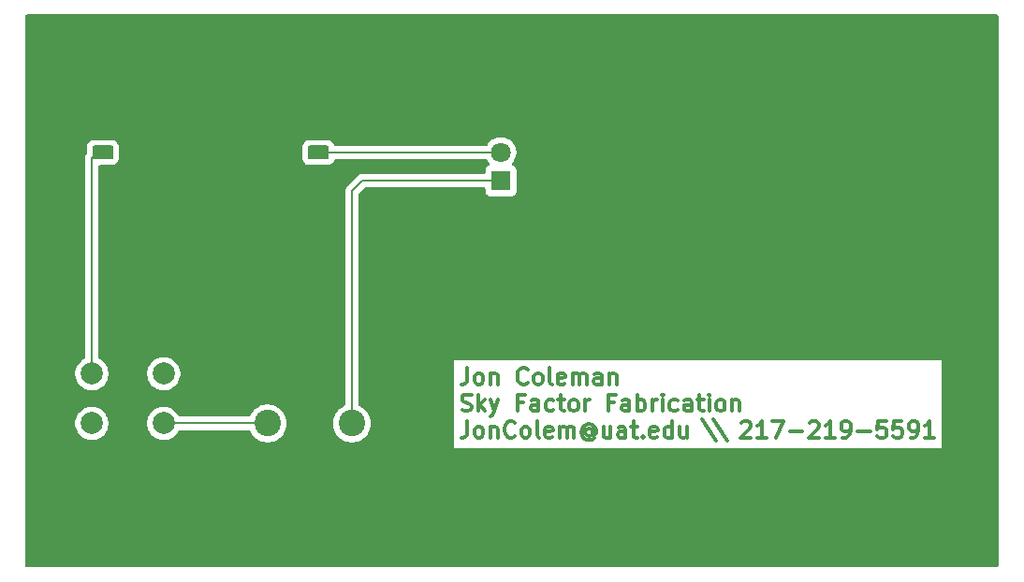
<source format=gbr>
%TF.GenerationSoftware,KiCad,Pcbnew,9.0.6*%
%TF.CreationDate,2025-11-22T10:53:10-06:00*%
%TF.ProjectId,SChematic Drawing,53436865-6d61-4746-9963-204472617769,rev?*%
%TF.SameCoordinates,Original*%
%TF.FileFunction,Copper,L1,Top*%
%TF.FilePolarity,Positive*%
%FSLAX46Y46*%
G04 Gerber Fmt 4.6, Leading zero omitted, Abs format (unit mm)*
G04 Created by KiCad (PCBNEW 9.0.6) date 2025-11-22 10:53:10*
%MOMM*%
%LPD*%
G01*
G04 APERTURE LIST*
G04 Aperture macros list*
%AMRoundRect*
0 Rectangle with rounded corners*
0 $1 Rounding radius*
0 $2 $3 $4 $5 $6 $7 $8 $9 X,Y pos of 4 corners*
0 Add a 4 corners polygon primitive as box body*
4,1,4,$2,$3,$4,$5,$6,$7,$8,$9,$2,$3,0*
0 Add four circle primitives for the rounded corners*
1,1,$1+$1,$2,$3*
1,1,$1+$1,$4,$5*
1,1,$1+$1,$6,$7*
1,1,$1+$1,$8,$9*
0 Add four rect primitives between the rounded corners*
20,1,$1+$1,$2,$3,$4,$5,0*
20,1,$1+$1,$4,$5,$6,$7,0*
20,1,$1+$1,$6,$7,$8,$9,0*
20,1,$1+$1,$8,$9,$2,$3,0*%
G04 Aperture macros list end*
%ADD10C,0.300000*%
%TA.AperFunction,NonConductor*%
%ADD11C,0.300000*%
%TD*%
%TA.AperFunction,ComponentPad*%
%ADD12R,1.800000X1.800000*%
%TD*%
%TA.AperFunction,ComponentPad*%
%ADD13C,1.800000*%
%TD*%
%TA.AperFunction,ComponentPad*%
%ADD14C,2.000000*%
%TD*%
%TA.AperFunction,ComponentPad*%
%ADD15C,2.400000*%
%TD*%
%TA.AperFunction,SMDPad,CuDef*%
%ADD16RoundRect,0.190500X-0.762000X-0.444500X0.762000X-0.444500X0.762000X0.444500X-0.762000X0.444500X0*%
%TD*%
%TA.AperFunction,Conductor*%
%ADD17C,0.200000*%
%TD*%
G04 APERTURE END LIST*
D10*
D11*
X141983082Y-58970996D02*
X141983082Y-60042425D01*
X141983082Y-60042425D02*
X141911653Y-60256710D01*
X141911653Y-60256710D02*
X141768796Y-60399568D01*
X141768796Y-60399568D02*
X141554510Y-60470996D01*
X141554510Y-60470996D02*
X141411653Y-60470996D01*
X142911653Y-60470996D02*
X142768796Y-60399568D01*
X142768796Y-60399568D02*
X142697367Y-60328139D01*
X142697367Y-60328139D02*
X142625939Y-60185282D01*
X142625939Y-60185282D02*
X142625939Y-59756710D01*
X142625939Y-59756710D02*
X142697367Y-59613853D01*
X142697367Y-59613853D02*
X142768796Y-59542425D01*
X142768796Y-59542425D02*
X142911653Y-59470996D01*
X142911653Y-59470996D02*
X143125939Y-59470996D01*
X143125939Y-59470996D02*
X143268796Y-59542425D01*
X143268796Y-59542425D02*
X143340225Y-59613853D01*
X143340225Y-59613853D02*
X143411653Y-59756710D01*
X143411653Y-59756710D02*
X143411653Y-60185282D01*
X143411653Y-60185282D02*
X143340225Y-60328139D01*
X143340225Y-60328139D02*
X143268796Y-60399568D01*
X143268796Y-60399568D02*
X143125939Y-60470996D01*
X143125939Y-60470996D02*
X142911653Y-60470996D01*
X144054510Y-59470996D02*
X144054510Y-60470996D01*
X144054510Y-59613853D02*
X144125939Y-59542425D01*
X144125939Y-59542425D02*
X144268796Y-59470996D01*
X144268796Y-59470996D02*
X144483082Y-59470996D01*
X144483082Y-59470996D02*
X144625939Y-59542425D01*
X144625939Y-59542425D02*
X144697368Y-59685282D01*
X144697368Y-59685282D02*
X144697368Y-60470996D01*
X147411653Y-60328139D02*
X147340225Y-60399568D01*
X147340225Y-60399568D02*
X147125939Y-60470996D01*
X147125939Y-60470996D02*
X146983082Y-60470996D01*
X146983082Y-60470996D02*
X146768796Y-60399568D01*
X146768796Y-60399568D02*
X146625939Y-60256710D01*
X146625939Y-60256710D02*
X146554510Y-60113853D01*
X146554510Y-60113853D02*
X146483082Y-59828139D01*
X146483082Y-59828139D02*
X146483082Y-59613853D01*
X146483082Y-59613853D02*
X146554510Y-59328139D01*
X146554510Y-59328139D02*
X146625939Y-59185282D01*
X146625939Y-59185282D02*
X146768796Y-59042425D01*
X146768796Y-59042425D02*
X146983082Y-58970996D01*
X146983082Y-58970996D02*
X147125939Y-58970996D01*
X147125939Y-58970996D02*
X147340225Y-59042425D01*
X147340225Y-59042425D02*
X147411653Y-59113853D01*
X148268796Y-60470996D02*
X148125939Y-60399568D01*
X148125939Y-60399568D02*
X148054510Y-60328139D01*
X148054510Y-60328139D02*
X147983082Y-60185282D01*
X147983082Y-60185282D02*
X147983082Y-59756710D01*
X147983082Y-59756710D02*
X148054510Y-59613853D01*
X148054510Y-59613853D02*
X148125939Y-59542425D01*
X148125939Y-59542425D02*
X148268796Y-59470996D01*
X148268796Y-59470996D02*
X148483082Y-59470996D01*
X148483082Y-59470996D02*
X148625939Y-59542425D01*
X148625939Y-59542425D02*
X148697368Y-59613853D01*
X148697368Y-59613853D02*
X148768796Y-59756710D01*
X148768796Y-59756710D02*
X148768796Y-60185282D01*
X148768796Y-60185282D02*
X148697368Y-60328139D01*
X148697368Y-60328139D02*
X148625939Y-60399568D01*
X148625939Y-60399568D02*
X148483082Y-60470996D01*
X148483082Y-60470996D02*
X148268796Y-60470996D01*
X149625939Y-60470996D02*
X149483082Y-60399568D01*
X149483082Y-60399568D02*
X149411653Y-60256710D01*
X149411653Y-60256710D02*
X149411653Y-58970996D01*
X150768796Y-60399568D02*
X150625939Y-60470996D01*
X150625939Y-60470996D02*
X150340225Y-60470996D01*
X150340225Y-60470996D02*
X150197367Y-60399568D01*
X150197367Y-60399568D02*
X150125939Y-60256710D01*
X150125939Y-60256710D02*
X150125939Y-59685282D01*
X150125939Y-59685282D02*
X150197367Y-59542425D01*
X150197367Y-59542425D02*
X150340225Y-59470996D01*
X150340225Y-59470996D02*
X150625939Y-59470996D01*
X150625939Y-59470996D02*
X150768796Y-59542425D01*
X150768796Y-59542425D02*
X150840225Y-59685282D01*
X150840225Y-59685282D02*
X150840225Y-59828139D01*
X150840225Y-59828139D02*
X150125939Y-59970996D01*
X151483081Y-60470996D02*
X151483081Y-59470996D01*
X151483081Y-59613853D02*
X151554510Y-59542425D01*
X151554510Y-59542425D02*
X151697367Y-59470996D01*
X151697367Y-59470996D02*
X151911653Y-59470996D01*
X151911653Y-59470996D02*
X152054510Y-59542425D01*
X152054510Y-59542425D02*
X152125939Y-59685282D01*
X152125939Y-59685282D02*
X152125939Y-60470996D01*
X152125939Y-59685282D02*
X152197367Y-59542425D01*
X152197367Y-59542425D02*
X152340224Y-59470996D01*
X152340224Y-59470996D02*
X152554510Y-59470996D01*
X152554510Y-59470996D02*
X152697367Y-59542425D01*
X152697367Y-59542425D02*
X152768796Y-59685282D01*
X152768796Y-59685282D02*
X152768796Y-60470996D01*
X154125939Y-60470996D02*
X154125939Y-59685282D01*
X154125939Y-59685282D02*
X154054510Y-59542425D01*
X154054510Y-59542425D02*
X153911653Y-59470996D01*
X153911653Y-59470996D02*
X153625939Y-59470996D01*
X153625939Y-59470996D02*
X153483081Y-59542425D01*
X154125939Y-60399568D02*
X153983081Y-60470996D01*
X153983081Y-60470996D02*
X153625939Y-60470996D01*
X153625939Y-60470996D02*
X153483081Y-60399568D01*
X153483081Y-60399568D02*
X153411653Y-60256710D01*
X153411653Y-60256710D02*
X153411653Y-60113853D01*
X153411653Y-60113853D02*
X153483081Y-59970996D01*
X153483081Y-59970996D02*
X153625939Y-59899568D01*
X153625939Y-59899568D02*
X153983081Y-59899568D01*
X153983081Y-59899568D02*
X154125939Y-59828139D01*
X154840224Y-59470996D02*
X154840224Y-60470996D01*
X154840224Y-59613853D02*
X154911653Y-59542425D01*
X154911653Y-59542425D02*
X155054510Y-59470996D01*
X155054510Y-59470996D02*
X155268796Y-59470996D01*
X155268796Y-59470996D02*
X155411653Y-59542425D01*
X155411653Y-59542425D02*
X155483082Y-59685282D01*
X155483082Y-59685282D02*
X155483082Y-60470996D01*
X141483082Y-62814484D02*
X141697368Y-62885912D01*
X141697368Y-62885912D02*
X142054510Y-62885912D01*
X142054510Y-62885912D02*
X142197368Y-62814484D01*
X142197368Y-62814484D02*
X142268796Y-62743055D01*
X142268796Y-62743055D02*
X142340225Y-62600198D01*
X142340225Y-62600198D02*
X142340225Y-62457341D01*
X142340225Y-62457341D02*
X142268796Y-62314484D01*
X142268796Y-62314484D02*
X142197368Y-62243055D01*
X142197368Y-62243055D02*
X142054510Y-62171626D01*
X142054510Y-62171626D02*
X141768796Y-62100198D01*
X141768796Y-62100198D02*
X141625939Y-62028769D01*
X141625939Y-62028769D02*
X141554510Y-61957341D01*
X141554510Y-61957341D02*
X141483082Y-61814484D01*
X141483082Y-61814484D02*
X141483082Y-61671626D01*
X141483082Y-61671626D02*
X141554510Y-61528769D01*
X141554510Y-61528769D02*
X141625939Y-61457341D01*
X141625939Y-61457341D02*
X141768796Y-61385912D01*
X141768796Y-61385912D02*
X142125939Y-61385912D01*
X142125939Y-61385912D02*
X142340225Y-61457341D01*
X142983081Y-62885912D02*
X142983081Y-61385912D01*
X143125939Y-62314484D02*
X143554510Y-62885912D01*
X143554510Y-61885912D02*
X142983081Y-62457341D01*
X144054510Y-61885912D02*
X144411653Y-62885912D01*
X144768796Y-61885912D02*
X144411653Y-62885912D01*
X144411653Y-62885912D02*
X144268796Y-63243055D01*
X144268796Y-63243055D02*
X144197367Y-63314484D01*
X144197367Y-63314484D02*
X144054510Y-63385912D01*
X146983081Y-62100198D02*
X146483081Y-62100198D01*
X146483081Y-62885912D02*
X146483081Y-61385912D01*
X146483081Y-61385912D02*
X147197367Y-61385912D01*
X148411653Y-62885912D02*
X148411653Y-62100198D01*
X148411653Y-62100198D02*
X148340224Y-61957341D01*
X148340224Y-61957341D02*
X148197367Y-61885912D01*
X148197367Y-61885912D02*
X147911653Y-61885912D01*
X147911653Y-61885912D02*
X147768795Y-61957341D01*
X148411653Y-62814484D02*
X148268795Y-62885912D01*
X148268795Y-62885912D02*
X147911653Y-62885912D01*
X147911653Y-62885912D02*
X147768795Y-62814484D01*
X147768795Y-62814484D02*
X147697367Y-62671626D01*
X147697367Y-62671626D02*
X147697367Y-62528769D01*
X147697367Y-62528769D02*
X147768795Y-62385912D01*
X147768795Y-62385912D02*
X147911653Y-62314484D01*
X147911653Y-62314484D02*
X148268795Y-62314484D01*
X148268795Y-62314484D02*
X148411653Y-62243055D01*
X149768796Y-62814484D02*
X149625938Y-62885912D01*
X149625938Y-62885912D02*
X149340224Y-62885912D01*
X149340224Y-62885912D02*
X149197367Y-62814484D01*
X149197367Y-62814484D02*
X149125938Y-62743055D01*
X149125938Y-62743055D02*
X149054510Y-62600198D01*
X149054510Y-62600198D02*
X149054510Y-62171626D01*
X149054510Y-62171626D02*
X149125938Y-62028769D01*
X149125938Y-62028769D02*
X149197367Y-61957341D01*
X149197367Y-61957341D02*
X149340224Y-61885912D01*
X149340224Y-61885912D02*
X149625938Y-61885912D01*
X149625938Y-61885912D02*
X149768796Y-61957341D01*
X150197367Y-61885912D02*
X150768795Y-61885912D01*
X150411652Y-61385912D02*
X150411652Y-62671626D01*
X150411652Y-62671626D02*
X150483081Y-62814484D01*
X150483081Y-62814484D02*
X150625938Y-62885912D01*
X150625938Y-62885912D02*
X150768795Y-62885912D01*
X151483081Y-62885912D02*
X151340224Y-62814484D01*
X151340224Y-62814484D02*
X151268795Y-62743055D01*
X151268795Y-62743055D02*
X151197367Y-62600198D01*
X151197367Y-62600198D02*
X151197367Y-62171626D01*
X151197367Y-62171626D02*
X151268795Y-62028769D01*
X151268795Y-62028769D02*
X151340224Y-61957341D01*
X151340224Y-61957341D02*
X151483081Y-61885912D01*
X151483081Y-61885912D02*
X151697367Y-61885912D01*
X151697367Y-61885912D02*
X151840224Y-61957341D01*
X151840224Y-61957341D02*
X151911653Y-62028769D01*
X151911653Y-62028769D02*
X151983081Y-62171626D01*
X151983081Y-62171626D02*
X151983081Y-62600198D01*
X151983081Y-62600198D02*
X151911653Y-62743055D01*
X151911653Y-62743055D02*
X151840224Y-62814484D01*
X151840224Y-62814484D02*
X151697367Y-62885912D01*
X151697367Y-62885912D02*
X151483081Y-62885912D01*
X152625938Y-62885912D02*
X152625938Y-61885912D01*
X152625938Y-62171626D02*
X152697367Y-62028769D01*
X152697367Y-62028769D02*
X152768796Y-61957341D01*
X152768796Y-61957341D02*
X152911653Y-61885912D01*
X152911653Y-61885912D02*
X153054510Y-61885912D01*
X155197366Y-62100198D02*
X154697366Y-62100198D01*
X154697366Y-62885912D02*
X154697366Y-61385912D01*
X154697366Y-61385912D02*
X155411652Y-61385912D01*
X156625938Y-62885912D02*
X156625938Y-62100198D01*
X156625938Y-62100198D02*
X156554509Y-61957341D01*
X156554509Y-61957341D02*
X156411652Y-61885912D01*
X156411652Y-61885912D02*
X156125938Y-61885912D01*
X156125938Y-61885912D02*
X155983080Y-61957341D01*
X156625938Y-62814484D02*
X156483080Y-62885912D01*
X156483080Y-62885912D02*
X156125938Y-62885912D01*
X156125938Y-62885912D02*
X155983080Y-62814484D01*
X155983080Y-62814484D02*
X155911652Y-62671626D01*
X155911652Y-62671626D02*
X155911652Y-62528769D01*
X155911652Y-62528769D02*
X155983080Y-62385912D01*
X155983080Y-62385912D02*
X156125938Y-62314484D01*
X156125938Y-62314484D02*
X156483080Y-62314484D01*
X156483080Y-62314484D02*
X156625938Y-62243055D01*
X157340223Y-62885912D02*
X157340223Y-61385912D01*
X157340223Y-61957341D02*
X157483081Y-61885912D01*
X157483081Y-61885912D02*
X157768795Y-61885912D01*
X157768795Y-61885912D02*
X157911652Y-61957341D01*
X157911652Y-61957341D02*
X157983081Y-62028769D01*
X157983081Y-62028769D02*
X158054509Y-62171626D01*
X158054509Y-62171626D02*
X158054509Y-62600198D01*
X158054509Y-62600198D02*
X157983081Y-62743055D01*
X157983081Y-62743055D02*
X157911652Y-62814484D01*
X157911652Y-62814484D02*
X157768795Y-62885912D01*
X157768795Y-62885912D02*
X157483081Y-62885912D01*
X157483081Y-62885912D02*
X157340223Y-62814484D01*
X158697366Y-62885912D02*
X158697366Y-61885912D01*
X158697366Y-62171626D02*
X158768795Y-62028769D01*
X158768795Y-62028769D02*
X158840224Y-61957341D01*
X158840224Y-61957341D02*
X158983081Y-61885912D01*
X158983081Y-61885912D02*
X159125938Y-61885912D01*
X159625937Y-62885912D02*
X159625937Y-61885912D01*
X159625937Y-61385912D02*
X159554509Y-61457341D01*
X159554509Y-61457341D02*
X159625937Y-61528769D01*
X159625937Y-61528769D02*
X159697366Y-61457341D01*
X159697366Y-61457341D02*
X159625937Y-61385912D01*
X159625937Y-61385912D02*
X159625937Y-61528769D01*
X160983081Y-62814484D02*
X160840223Y-62885912D01*
X160840223Y-62885912D02*
X160554509Y-62885912D01*
X160554509Y-62885912D02*
X160411652Y-62814484D01*
X160411652Y-62814484D02*
X160340223Y-62743055D01*
X160340223Y-62743055D02*
X160268795Y-62600198D01*
X160268795Y-62600198D02*
X160268795Y-62171626D01*
X160268795Y-62171626D02*
X160340223Y-62028769D01*
X160340223Y-62028769D02*
X160411652Y-61957341D01*
X160411652Y-61957341D02*
X160554509Y-61885912D01*
X160554509Y-61885912D02*
X160840223Y-61885912D01*
X160840223Y-61885912D02*
X160983081Y-61957341D01*
X162268795Y-62885912D02*
X162268795Y-62100198D01*
X162268795Y-62100198D02*
X162197366Y-61957341D01*
X162197366Y-61957341D02*
X162054509Y-61885912D01*
X162054509Y-61885912D02*
X161768795Y-61885912D01*
X161768795Y-61885912D02*
X161625937Y-61957341D01*
X162268795Y-62814484D02*
X162125937Y-62885912D01*
X162125937Y-62885912D02*
X161768795Y-62885912D01*
X161768795Y-62885912D02*
X161625937Y-62814484D01*
X161625937Y-62814484D02*
X161554509Y-62671626D01*
X161554509Y-62671626D02*
X161554509Y-62528769D01*
X161554509Y-62528769D02*
X161625937Y-62385912D01*
X161625937Y-62385912D02*
X161768795Y-62314484D01*
X161768795Y-62314484D02*
X162125937Y-62314484D01*
X162125937Y-62314484D02*
X162268795Y-62243055D01*
X162768795Y-61885912D02*
X163340223Y-61885912D01*
X162983080Y-61385912D02*
X162983080Y-62671626D01*
X162983080Y-62671626D02*
X163054509Y-62814484D01*
X163054509Y-62814484D02*
X163197366Y-62885912D01*
X163197366Y-62885912D02*
X163340223Y-62885912D01*
X163840223Y-62885912D02*
X163840223Y-61885912D01*
X163840223Y-61385912D02*
X163768795Y-61457341D01*
X163768795Y-61457341D02*
X163840223Y-61528769D01*
X163840223Y-61528769D02*
X163911652Y-61457341D01*
X163911652Y-61457341D02*
X163840223Y-61385912D01*
X163840223Y-61385912D02*
X163840223Y-61528769D01*
X164768795Y-62885912D02*
X164625938Y-62814484D01*
X164625938Y-62814484D02*
X164554509Y-62743055D01*
X164554509Y-62743055D02*
X164483081Y-62600198D01*
X164483081Y-62600198D02*
X164483081Y-62171626D01*
X164483081Y-62171626D02*
X164554509Y-62028769D01*
X164554509Y-62028769D02*
X164625938Y-61957341D01*
X164625938Y-61957341D02*
X164768795Y-61885912D01*
X164768795Y-61885912D02*
X164983081Y-61885912D01*
X164983081Y-61885912D02*
X165125938Y-61957341D01*
X165125938Y-61957341D02*
X165197367Y-62028769D01*
X165197367Y-62028769D02*
X165268795Y-62171626D01*
X165268795Y-62171626D02*
X165268795Y-62600198D01*
X165268795Y-62600198D02*
X165197367Y-62743055D01*
X165197367Y-62743055D02*
X165125938Y-62814484D01*
X165125938Y-62814484D02*
X164983081Y-62885912D01*
X164983081Y-62885912D02*
X164768795Y-62885912D01*
X165911652Y-61885912D02*
X165911652Y-62885912D01*
X165911652Y-62028769D02*
X165983081Y-61957341D01*
X165983081Y-61957341D02*
X166125938Y-61885912D01*
X166125938Y-61885912D02*
X166340224Y-61885912D01*
X166340224Y-61885912D02*
X166483081Y-61957341D01*
X166483081Y-61957341D02*
X166554510Y-62100198D01*
X166554510Y-62100198D02*
X166554510Y-62885912D01*
X141983082Y-63800828D02*
X141983082Y-64872257D01*
X141983082Y-64872257D02*
X141911653Y-65086542D01*
X141911653Y-65086542D02*
X141768796Y-65229400D01*
X141768796Y-65229400D02*
X141554510Y-65300828D01*
X141554510Y-65300828D02*
X141411653Y-65300828D01*
X142911653Y-65300828D02*
X142768796Y-65229400D01*
X142768796Y-65229400D02*
X142697367Y-65157971D01*
X142697367Y-65157971D02*
X142625939Y-65015114D01*
X142625939Y-65015114D02*
X142625939Y-64586542D01*
X142625939Y-64586542D02*
X142697367Y-64443685D01*
X142697367Y-64443685D02*
X142768796Y-64372257D01*
X142768796Y-64372257D02*
X142911653Y-64300828D01*
X142911653Y-64300828D02*
X143125939Y-64300828D01*
X143125939Y-64300828D02*
X143268796Y-64372257D01*
X143268796Y-64372257D02*
X143340225Y-64443685D01*
X143340225Y-64443685D02*
X143411653Y-64586542D01*
X143411653Y-64586542D02*
X143411653Y-65015114D01*
X143411653Y-65015114D02*
X143340225Y-65157971D01*
X143340225Y-65157971D02*
X143268796Y-65229400D01*
X143268796Y-65229400D02*
X143125939Y-65300828D01*
X143125939Y-65300828D02*
X142911653Y-65300828D01*
X144054510Y-64300828D02*
X144054510Y-65300828D01*
X144054510Y-64443685D02*
X144125939Y-64372257D01*
X144125939Y-64372257D02*
X144268796Y-64300828D01*
X144268796Y-64300828D02*
X144483082Y-64300828D01*
X144483082Y-64300828D02*
X144625939Y-64372257D01*
X144625939Y-64372257D02*
X144697368Y-64515114D01*
X144697368Y-64515114D02*
X144697368Y-65300828D01*
X146268796Y-65157971D02*
X146197368Y-65229400D01*
X146197368Y-65229400D02*
X145983082Y-65300828D01*
X145983082Y-65300828D02*
X145840225Y-65300828D01*
X145840225Y-65300828D02*
X145625939Y-65229400D01*
X145625939Y-65229400D02*
X145483082Y-65086542D01*
X145483082Y-65086542D02*
X145411653Y-64943685D01*
X145411653Y-64943685D02*
X145340225Y-64657971D01*
X145340225Y-64657971D02*
X145340225Y-64443685D01*
X145340225Y-64443685D02*
X145411653Y-64157971D01*
X145411653Y-64157971D02*
X145483082Y-64015114D01*
X145483082Y-64015114D02*
X145625939Y-63872257D01*
X145625939Y-63872257D02*
X145840225Y-63800828D01*
X145840225Y-63800828D02*
X145983082Y-63800828D01*
X145983082Y-63800828D02*
X146197368Y-63872257D01*
X146197368Y-63872257D02*
X146268796Y-63943685D01*
X147125939Y-65300828D02*
X146983082Y-65229400D01*
X146983082Y-65229400D02*
X146911653Y-65157971D01*
X146911653Y-65157971D02*
X146840225Y-65015114D01*
X146840225Y-65015114D02*
X146840225Y-64586542D01*
X146840225Y-64586542D02*
X146911653Y-64443685D01*
X146911653Y-64443685D02*
X146983082Y-64372257D01*
X146983082Y-64372257D02*
X147125939Y-64300828D01*
X147125939Y-64300828D02*
X147340225Y-64300828D01*
X147340225Y-64300828D02*
X147483082Y-64372257D01*
X147483082Y-64372257D02*
X147554511Y-64443685D01*
X147554511Y-64443685D02*
X147625939Y-64586542D01*
X147625939Y-64586542D02*
X147625939Y-65015114D01*
X147625939Y-65015114D02*
X147554511Y-65157971D01*
X147554511Y-65157971D02*
X147483082Y-65229400D01*
X147483082Y-65229400D02*
X147340225Y-65300828D01*
X147340225Y-65300828D02*
X147125939Y-65300828D01*
X148483082Y-65300828D02*
X148340225Y-65229400D01*
X148340225Y-65229400D02*
X148268796Y-65086542D01*
X148268796Y-65086542D02*
X148268796Y-63800828D01*
X149625939Y-65229400D02*
X149483082Y-65300828D01*
X149483082Y-65300828D02*
X149197368Y-65300828D01*
X149197368Y-65300828D02*
X149054510Y-65229400D01*
X149054510Y-65229400D02*
X148983082Y-65086542D01*
X148983082Y-65086542D02*
X148983082Y-64515114D01*
X148983082Y-64515114D02*
X149054510Y-64372257D01*
X149054510Y-64372257D02*
X149197368Y-64300828D01*
X149197368Y-64300828D02*
X149483082Y-64300828D01*
X149483082Y-64300828D02*
X149625939Y-64372257D01*
X149625939Y-64372257D02*
X149697368Y-64515114D01*
X149697368Y-64515114D02*
X149697368Y-64657971D01*
X149697368Y-64657971D02*
X148983082Y-64800828D01*
X150340224Y-65300828D02*
X150340224Y-64300828D01*
X150340224Y-64443685D02*
X150411653Y-64372257D01*
X150411653Y-64372257D02*
X150554510Y-64300828D01*
X150554510Y-64300828D02*
X150768796Y-64300828D01*
X150768796Y-64300828D02*
X150911653Y-64372257D01*
X150911653Y-64372257D02*
X150983082Y-64515114D01*
X150983082Y-64515114D02*
X150983082Y-65300828D01*
X150983082Y-64515114D02*
X151054510Y-64372257D01*
X151054510Y-64372257D02*
X151197367Y-64300828D01*
X151197367Y-64300828D02*
X151411653Y-64300828D01*
X151411653Y-64300828D02*
X151554510Y-64372257D01*
X151554510Y-64372257D02*
X151625939Y-64515114D01*
X151625939Y-64515114D02*
X151625939Y-65300828D01*
X153268796Y-64586542D02*
X153197367Y-64515114D01*
X153197367Y-64515114D02*
X153054510Y-64443685D01*
X153054510Y-64443685D02*
X152911653Y-64443685D01*
X152911653Y-64443685D02*
X152768796Y-64515114D01*
X152768796Y-64515114D02*
X152697367Y-64586542D01*
X152697367Y-64586542D02*
X152625939Y-64729400D01*
X152625939Y-64729400D02*
X152625939Y-64872257D01*
X152625939Y-64872257D02*
X152697367Y-65015114D01*
X152697367Y-65015114D02*
X152768796Y-65086542D01*
X152768796Y-65086542D02*
X152911653Y-65157971D01*
X152911653Y-65157971D02*
X153054510Y-65157971D01*
X153054510Y-65157971D02*
X153197367Y-65086542D01*
X153197367Y-65086542D02*
X153268796Y-65015114D01*
X153268796Y-64443685D02*
X153268796Y-65015114D01*
X153268796Y-65015114D02*
X153340224Y-65086542D01*
X153340224Y-65086542D02*
X153411653Y-65086542D01*
X153411653Y-65086542D02*
X153554510Y-65015114D01*
X153554510Y-65015114D02*
X153625939Y-64872257D01*
X153625939Y-64872257D02*
X153625939Y-64515114D01*
X153625939Y-64515114D02*
X153483082Y-64300828D01*
X153483082Y-64300828D02*
X153268796Y-64157971D01*
X153268796Y-64157971D02*
X152983082Y-64086542D01*
X152983082Y-64086542D02*
X152697367Y-64157971D01*
X152697367Y-64157971D02*
X152483082Y-64300828D01*
X152483082Y-64300828D02*
X152340224Y-64515114D01*
X152340224Y-64515114D02*
X152268796Y-64800828D01*
X152268796Y-64800828D02*
X152340224Y-65086542D01*
X152340224Y-65086542D02*
X152483082Y-65300828D01*
X152483082Y-65300828D02*
X152697367Y-65443685D01*
X152697367Y-65443685D02*
X152983082Y-65515114D01*
X152983082Y-65515114D02*
X153268796Y-65443685D01*
X153268796Y-65443685D02*
X153483082Y-65300828D01*
X154911653Y-64300828D02*
X154911653Y-65300828D01*
X154268795Y-64300828D02*
X154268795Y-65086542D01*
X154268795Y-65086542D02*
X154340224Y-65229400D01*
X154340224Y-65229400D02*
X154483081Y-65300828D01*
X154483081Y-65300828D02*
X154697367Y-65300828D01*
X154697367Y-65300828D02*
X154840224Y-65229400D01*
X154840224Y-65229400D02*
X154911653Y-65157971D01*
X156268796Y-65300828D02*
X156268796Y-64515114D01*
X156268796Y-64515114D02*
X156197367Y-64372257D01*
X156197367Y-64372257D02*
X156054510Y-64300828D01*
X156054510Y-64300828D02*
X155768796Y-64300828D01*
X155768796Y-64300828D02*
X155625938Y-64372257D01*
X156268796Y-65229400D02*
X156125938Y-65300828D01*
X156125938Y-65300828D02*
X155768796Y-65300828D01*
X155768796Y-65300828D02*
X155625938Y-65229400D01*
X155625938Y-65229400D02*
X155554510Y-65086542D01*
X155554510Y-65086542D02*
X155554510Y-64943685D01*
X155554510Y-64943685D02*
X155625938Y-64800828D01*
X155625938Y-64800828D02*
X155768796Y-64729400D01*
X155768796Y-64729400D02*
X156125938Y-64729400D01*
X156125938Y-64729400D02*
X156268796Y-64657971D01*
X156768796Y-64300828D02*
X157340224Y-64300828D01*
X156983081Y-63800828D02*
X156983081Y-65086542D01*
X156983081Y-65086542D02*
X157054510Y-65229400D01*
X157054510Y-65229400D02*
X157197367Y-65300828D01*
X157197367Y-65300828D02*
X157340224Y-65300828D01*
X157840224Y-65157971D02*
X157911653Y-65229400D01*
X157911653Y-65229400D02*
X157840224Y-65300828D01*
X157840224Y-65300828D02*
X157768796Y-65229400D01*
X157768796Y-65229400D02*
X157840224Y-65157971D01*
X157840224Y-65157971D02*
X157840224Y-65300828D01*
X159125939Y-65229400D02*
X158983082Y-65300828D01*
X158983082Y-65300828D02*
X158697368Y-65300828D01*
X158697368Y-65300828D02*
X158554510Y-65229400D01*
X158554510Y-65229400D02*
X158483082Y-65086542D01*
X158483082Y-65086542D02*
X158483082Y-64515114D01*
X158483082Y-64515114D02*
X158554510Y-64372257D01*
X158554510Y-64372257D02*
X158697368Y-64300828D01*
X158697368Y-64300828D02*
X158983082Y-64300828D01*
X158983082Y-64300828D02*
X159125939Y-64372257D01*
X159125939Y-64372257D02*
X159197368Y-64515114D01*
X159197368Y-64515114D02*
X159197368Y-64657971D01*
X159197368Y-64657971D02*
X158483082Y-64800828D01*
X160483082Y-65300828D02*
X160483082Y-63800828D01*
X160483082Y-65229400D02*
X160340224Y-65300828D01*
X160340224Y-65300828D02*
X160054510Y-65300828D01*
X160054510Y-65300828D02*
X159911653Y-65229400D01*
X159911653Y-65229400D02*
X159840224Y-65157971D01*
X159840224Y-65157971D02*
X159768796Y-65015114D01*
X159768796Y-65015114D02*
X159768796Y-64586542D01*
X159768796Y-64586542D02*
X159840224Y-64443685D01*
X159840224Y-64443685D02*
X159911653Y-64372257D01*
X159911653Y-64372257D02*
X160054510Y-64300828D01*
X160054510Y-64300828D02*
X160340224Y-64300828D01*
X160340224Y-64300828D02*
X160483082Y-64372257D01*
X161840225Y-64300828D02*
X161840225Y-65300828D01*
X161197367Y-64300828D02*
X161197367Y-65086542D01*
X161197367Y-65086542D02*
X161268796Y-65229400D01*
X161268796Y-65229400D02*
X161411653Y-65300828D01*
X161411653Y-65300828D02*
X161625939Y-65300828D01*
X161625939Y-65300828D02*
X161768796Y-65229400D01*
X161768796Y-65229400D02*
X161840225Y-65157971D01*
X163197367Y-63657971D02*
X164483082Y-65586542D01*
X164197367Y-63657971D02*
X165483082Y-65586542D01*
X166768796Y-63943685D02*
X166840224Y-63872257D01*
X166840224Y-63872257D02*
X166983082Y-63800828D01*
X166983082Y-63800828D02*
X167340224Y-63800828D01*
X167340224Y-63800828D02*
X167483082Y-63872257D01*
X167483082Y-63872257D02*
X167554510Y-63943685D01*
X167554510Y-63943685D02*
X167625939Y-64086542D01*
X167625939Y-64086542D02*
X167625939Y-64229400D01*
X167625939Y-64229400D02*
X167554510Y-64443685D01*
X167554510Y-64443685D02*
X166697367Y-65300828D01*
X166697367Y-65300828D02*
X167625939Y-65300828D01*
X169054510Y-65300828D02*
X168197367Y-65300828D01*
X168625938Y-65300828D02*
X168625938Y-63800828D01*
X168625938Y-63800828D02*
X168483081Y-64015114D01*
X168483081Y-64015114D02*
X168340224Y-64157971D01*
X168340224Y-64157971D02*
X168197367Y-64229400D01*
X169554509Y-63800828D02*
X170554509Y-63800828D01*
X170554509Y-63800828D02*
X169911652Y-65300828D01*
X171125937Y-64729400D02*
X172268795Y-64729400D01*
X172911652Y-63943685D02*
X172983080Y-63872257D01*
X172983080Y-63872257D02*
X173125938Y-63800828D01*
X173125938Y-63800828D02*
X173483080Y-63800828D01*
X173483080Y-63800828D02*
X173625938Y-63872257D01*
X173625938Y-63872257D02*
X173697366Y-63943685D01*
X173697366Y-63943685D02*
X173768795Y-64086542D01*
X173768795Y-64086542D02*
X173768795Y-64229400D01*
X173768795Y-64229400D02*
X173697366Y-64443685D01*
X173697366Y-64443685D02*
X172840223Y-65300828D01*
X172840223Y-65300828D02*
X173768795Y-65300828D01*
X175197366Y-65300828D02*
X174340223Y-65300828D01*
X174768794Y-65300828D02*
X174768794Y-63800828D01*
X174768794Y-63800828D02*
X174625937Y-64015114D01*
X174625937Y-64015114D02*
X174483080Y-64157971D01*
X174483080Y-64157971D02*
X174340223Y-64229400D01*
X175911651Y-65300828D02*
X176197365Y-65300828D01*
X176197365Y-65300828D02*
X176340222Y-65229400D01*
X176340222Y-65229400D02*
X176411651Y-65157971D01*
X176411651Y-65157971D02*
X176554508Y-64943685D01*
X176554508Y-64943685D02*
X176625937Y-64657971D01*
X176625937Y-64657971D02*
X176625937Y-64086542D01*
X176625937Y-64086542D02*
X176554508Y-63943685D01*
X176554508Y-63943685D02*
X176483080Y-63872257D01*
X176483080Y-63872257D02*
X176340222Y-63800828D01*
X176340222Y-63800828D02*
X176054508Y-63800828D01*
X176054508Y-63800828D02*
X175911651Y-63872257D01*
X175911651Y-63872257D02*
X175840222Y-63943685D01*
X175840222Y-63943685D02*
X175768794Y-64086542D01*
X175768794Y-64086542D02*
X175768794Y-64443685D01*
X175768794Y-64443685D02*
X175840222Y-64586542D01*
X175840222Y-64586542D02*
X175911651Y-64657971D01*
X175911651Y-64657971D02*
X176054508Y-64729400D01*
X176054508Y-64729400D02*
X176340222Y-64729400D01*
X176340222Y-64729400D02*
X176483080Y-64657971D01*
X176483080Y-64657971D02*
X176554508Y-64586542D01*
X176554508Y-64586542D02*
X176625937Y-64443685D01*
X177268793Y-64729400D02*
X178411651Y-64729400D01*
X179840222Y-63800828D02*
X179125936Y-63800828D01*
X179125936Y-63800828D02*
X179054508Y-64515114D01*
X179054508Y-64515114D02*
X179125936Y-64443685D01*
X179125936Y-64443685D02*
X179268794Y-64372257D01*
X179268794Y-64372257D02*
X179625936Y-64372257D01*
X179625936Y-64372257D02*
X179768794Y-64443685D01*
X179768794Y-64443685D02*
X179840222Y-64515114D01*
X179840222Y-64515114D02*
X179911651Y-64657971D01*
X179911651Y-64657971D02*
X179911651Y-65015114D01*
X179911651Y-65015114D02*
X179840222Y-65157971D01*
X179840222Y-65157971D02*
X179768794Y-65229400D01*
X179768794Y-65229400D02*
X179625936Y-65300828D01*
X179625936Y-65300828D02*
X179268794Y-65300828D01*
X179268794Y-65300828D02*
X179125936Y-65229400D01*
X179125936Y-65229400D02*
X179054508Y-65157971D01*
X181268793Y-63800828D02*
X180554507Y-63800828D01*
X180554507Y-63800828D02*
X180483079Y-64515114D01*
X180483079Y-64515114D02*
X180554507Y-64443685D01*
X180554507Y-64443685D02*
X180697365Y-64372257D01*
X180697365Y-64372257D02*
X181054507Y-64372257D01*
X181054507Y-64372257D02*
X181197365Y-64443685D01*
X181197365Y-64443685D02*
X181268793Y-64515114D01*
X181268793Y-64515114D02*
X181340222Y-64657971D01*
X181340222Y-64657971D02*
X181340222Y-65015114D01*
X181340222Y-65015114D02*
X181268793Y-65157971D01*
X181268793Y-65157971D02*
X181197365Y-65229400D01*
X181197365Y-65229400D02*
X181054507Y-65300828D01*
X181054507Y-65300828D02*
X180697365Y-65300828D01*
X180697365Y-65300828D02*
X180554507Y-65229400D01*
X180554507Y-65229400D02*
X180483079Y-65157971D01*
X182054507Y-65300828D02*
X182340221Y-65300828D01*
X182340221Y-65300828D02*
X182483078Y-65229400D01*
X182483078Y-65229400D02*
X182554507Y-65157971D01*
X182554507Y-65157971D02*
X182697364Y-64943685D01*
X182697364Y-64943685D02*
X182768793Y-64657971D01*
X182768793Y-64657971D02*
X182768793Y-64086542D01*
X182768793Y-64086542D02*
X182697364Y-63943685D01*
X182697364Y-63943685D02*
X182625936Y-63872257D01*
X182625936Y-63872257D02*
X182483078Y-63800828D01*
X182483078Y-63800828D02*
X182197364Y-63800828D01*
X182197364Y-63800828D02*
X182054507Y-63872257D01*
X182054507Y-63872257D02*
X181983078Y-63943685D01*
X181983078Y-63943685D02*
X181911650Y-64086542D01*
X181911650Y-64086542D02*
X181911650Y-64443685D01*
X181911650Y-64443685D02*
X181983078Y-64586542D01*
X181983078Y-64586542D02*
X182054507Y-64657971D01*
X182054507Y-64657971D02*
X182197364Y-64729400D01*
X182197364Y-64729400D02*
X182483078Y-64729400D01*
X182483078Y-64729400D02*
X182625936Y-64657971D01*
X182625936Y-64657971D02*
X182697364Y-64586542D01*
X182697364Y-64586542D02*
X182768793Y-64443685D01*
X184197364Y-65300828D02*
X183340221Y-65300828D01*
X183768792Y-65300828D02*
X183768792Y-63800828D01*
X183768792Y-63800828D02*
X183625935Y-64015114D01*
X183625935Y-64015114D02*
X183483078Y-64157971D01*
X183483078Y-64157971D02*
X183340221Y-64229400D01*
D12*
%TO.P,D1,1,K*%
%TO.N,Net-(D1-K)*%
X145000000Y-42040000D03*
D13*
%TO.P,D1,2,A*%
%TO.N,Net-(BT1-+)*%
X145000000Y-39500000D03*
%TD*%
D14*
%TO.P,SW1,1,1*%
%TO.N,Net-(BT1--)*%
X108000000Y-59500000D03*
X114500000Y-59500000D03*
%TO.P,SW1,2,2*%
%TO.N,Net-(R1-Pad2)*%
X108000000Y-64000000D03*
X114500000Y-64000000D03*
%TD*%
D15*
%TO.P,R1,1*%
%TO.N,Net-(D1-K)*%
X131510000Y-64000000D03*
%TO.P,R1,2*%
%TO.N,Net-(R1-Pad2)*%
X123890000Y-64000000D03*
%TD*%
D16*
%TO.P,BT1,1,+*%
%TO.N,Net-(BT1-+)*%
X128500000Y-39500000D03*
%TO.P,BT1,2,-*%
%TO.N,Net-(BT1--)*%
X109000000Y-39500000D03*
%TD*%
D17*
%TO.N,Net-(BT1--)*%
X108000000Y-59500000D02*
X108000000Y-40000000D01*
X108000000Y-40000000D02*
X108500000Y-39500000D01*
%TO.N,Net-(R1-Pad2)*%
X123890000Y-64000000D02*
X114500000Y-64000000D01*
%TO.N,Net-(D1-K)*%
X131510000Y-42990000D02*
X131510000Y-64000000D01*
X145000000Y-42040000D02*
X132460000Y-42040000D01*
X132460000Y-42040000D02*
X131510000Y-42990000D01*
%TO.N,Net-(BT1-+)*%
X128000000Y-39500000D02*
X145000000Y-39500000D01*
%TD*%
%TA.AperFunction,NonConductor*%
G36*
X189942539Y-27020185D02*
G01*
X189988294Y-27072989D01*
X189999500Y-27124500D01*
X189999500Y-76875500D01*
X189979815Y-76942539D01*
X189927011Y-76988294D01*
X189875500Y-76999500D01*
X102124500Y-76999500D01*
X102057461Y-76979815D01*
X102011706Y-76927011D01*
X102000500Y-76875500D01*
X102000500Y-66244885D01*
X140756153Y-66244885D01*
X184852864Y-66244885D01*
X184852864Y-58313771D01*
X140756153Y-58313771D01*
X140756153Y-66244885D01*
X102000500Y-66244885D01*
X102000500Y-63881902D01*
X106499500Y-63881902D01*
X106499500Y-64118097D01*
X106536446Y-64351368D01*
X106609433Y-64575996D01*
X106699987Y-64753717D01*
X106716657Y-64786433D01*
X106855483Y-64977510D01*
X107022490Y-65144517D01*
X107213567Y-65283343D01*
X107312991Y-65334002D01*
X107424003Y-65390566D01*
X107424005Y-65390566D01*
X107424008Y-65390568D01*
X107505194Y-65416947D01*
X107648631Y-65463553D01*
X107881903Y-65500500D01*
X107881908Y-65500500D01*
X108118097Y-65500500D01*
X108351368Y-65463553D01*
X108575992Y-65390568D01*
X108786433Y-65283343D01*
X108977510Y-65144517D01*
X109144517Y-64977510D01*
X109283343Y-64786433D01*
X109390568Y-64575992D01*
X109463553Y-64351368D01*
X109466549Y-64332452D01*
X109500500Y-64118097D01*
X109500500Y-63881902D01*
X112999500Y-63881902D01*
X112999500Y-64118097D01*
X113036446Y-64351368D01*
X113109433Y-64575996D01*
X113199987Y-64753717D01*
X113216657Y-64786433D01*
X113355483Y-64977510D01*
X113522490Y-65144517D01*
X113713567Y-65283343D01*
X113812991Y-65334002D01*
X113924003Y-65390566D01*
X113924005Y-65390566D01*
X113924008Y-65390568D01*
X114005194Y-65416947D01*
X114148631Y-65463553D01*
X114381903Y-65500500D01*
X114381908Y-65500500D01*
X114618097Y-65500500D01*
X114851368Y-65463553D01*
X115075992Y-65390568D01*
X115286433Y-65283343D01*
X115477510Y-65144517D01*
X115644517Y-64977510D01*
X115783343Y-64786433D01*
X115843583Y-64668204D01*
X115891558Y-64617409D01*
X115954068Y-64600500D01*
X122215273Y-64600500D01*
X122282312Y-64620185D01*
X122328067Y-64672989D01*
X122329834Y-64677048D01*
X122361590Y-64753717D01*
X122361593Y-64753722D01*
X122361595Y-64753726D01*
X122473052Y-64946774D01*
X122473057Y-64946780D01*
X122473058Y-64946782D01*
X122608751Y-65123622D01*
X122608757Y-65123629D01*
X122766370Y-65281242D01*
X122766377Y-65281248D01*
X122892294Y-65377867D01*
X122943226Y-65416948D01*
X123136274Y-65528405D01*
X123342219Y-65613710D01*
X123557537Y-65671404D01*
X123778543Y-65700500D01*
X123778550Y-65700500D01*
X124001450Y-65700500D01*
X124001457Y-65700500D01*
X124222463Y-65671404D01*
X124437781Y-65613710D01*
X124643726Y-65528405D01*
X124836774Y-65416948D01*
X125013624Y-65281247D01*
X125171247Y-65123624D01*
X125306948Y-64946774D01*
X125418405Y-64753726D01*
X125503710Y-64547781D01*
X125561404Y-64332463D01*
X125590500Y-64111457D01*
X125590500Y-63888543D01*
X125561404Y-63667537D01*
X125503710Y-63452219D01*
X125418405Y-63246274D01*
X125306948Y-63053226D01*
X125171247Y-62876376D01*
X125171242Y-62876370D01*
X125013629Y-62718757D01*
X125013622Y-62718751D01*
X124836782Y-62583058D01*
X124836780Y-62583057D01*
X124836774Y-62583052D01*
X124643726Y-62471595D01*
X124643724Y-62471594D01*
X124643722Y-62471593D01*
X124437790Y-62386293D01*
X124437783Y-62386291D01*
X124437781Y-62386290D01*
X124222463Y-62328596D01*
X124222457Y-62328595D01*
X124222452Y-62328594D01*
X124001466Y-62299501D01*
X124001463Y-62299500D01*
X124001457Y-62299500D01*
X123778543Y-62299500D01*
X123778537Y-62299500D01*
X123778533Y-62299501D01*
X123557547Y-62328594D01*
X123557540Y-62328595D01*
X123557537Y-62328596D01*
X123553432Y-62329696D01*
X123342219Y-62386290D01*
X123342209Y-62386293D01*
X123136277Y-62471593D01*
X123136273Y-62471595D01*
X122943226Y-62583052D01*
X122943217Y-62583058D01*
X122766377Y-62718751D01*
X122766370Y-62718757D01*
X122608757Y-62876370D01*
X122608751Y-62876377D01*
X122473058Y-63053217D01*
X122473052Y-63053226D01*
X122361595Y-63246273D01*
X122361590Y-63246282D01*
X122329834Y-63322952D01*
X122285994Y-63377356D01*
X122219700Y-63399421D01*
X122215273Y-63399500D01*
X115954068Y-63399500D01*
X115887029Y-63379815D01*
X115843583Y-63331795D01*
X115783343Y-63213567D01*
X115644517Y-63022490D01*
X115477510Y-62855483D01*
X115286433Y-62716657D01*
X115075996Y-62609433D01*
X114851368Y-62536446D01*
X114618097Y-62499500D01*
X114618092Y-62499500D01*
X114381908Y-62499500D01*
X114381903Y-62499500D01*
X114148631Y-62536446D01*
X113924003Y-62609433D01*
X113713566Y-62716657D01*
X113604550Y-62795862D01*
X113522490Y-62855483D01*
X113522488Y-62855485D01*
X113522487Y-62855485D01*
X113355485Y-63022487D01*
X113355485Y-63022488D01*
X113355483Y-63022490D01*
X113333152Y-63053226D01*
X113216657Y-63213566D01*
X113109433Y-63424003D01*
X113036446Y-63648631D01*
X112999500Y-63881902D01*
X109500500Y-63881902D01*
X109463553Y-63648631D01*
X109390566Y-63424003D01*
X109300012Y-63246282D01*
X109283343Y-63213567D01*
X109144517Y-63022490D01*
X108977510Y-62855483D01*
X108786433Y-62716657D01*
X108575996Y-62609433D01*
X108351368Y-62536446D01*
X108118097Y-62499500D01*
X108118092Y-62499500D01*
X107881908Y-62499500D01*
X107881903Y-62499500D01*
X107648631Y-62536446D01*
X107424003Y-62609433D01*
X107213566Y-62716657D01*
X107104550Y-62795862D01*
X107022490Y-62855483D01*
X107022488Y-62855485D01*
X107022487Y-62855485D01*
X106855485Y-63022487D01*
X106855485Y-63022488D01*
X106855483Y-63022490D01*
X106833152Y-63053226D01*
X106716657Y-63213566D01*
X106609433Y-63424003D01*
X106536446Y-63648631D01*
X106499500Y-63881902D01*
X102000500Y-63881902D01*
X102000500Y-59381902D01*
X106499500Y-59381902D01*
X106499500Y-59618097D01*
X106536446Y-59851368D01*
X106609433Y-60075996D01*
X106716657Y-60286433D01*
X106855483Y-60477510D01*
X107022490Y-60644517D01*
X107213567Y-60783343D01*
X107312991Y-60834002D01*
X107424003Y-60890566D01*
X107424005Y-60890566D01*
X107424008Y-60890568D01*
X107544412Y-60929689D01*
X107648631Y-60963553D01*
X107881903Y-61000500D01*
X107881908Y-61000500D01*
X108118097Y-61000500D01*
X108351368Y-60963553D01*
X108575992Y-60890568D01*
X108786433Y-60783343D01*
X108977510Y-60644517D01*
X109144517Y-60477510D01*
X109283343Y-60286433D01*
X109390568Y-60075992D01*
X109463553Y-59851368D01*
X109500500Y-59618097D01*
X109500500Y-59381902D01*
X112999500Y-59381902D01*
X112999500Y-59618097D01*
X113036446Y-59851368D01*
X113109433Y-60075996D01*
X113216657Y-60286433D01*
X113355483Y-60477510D01*
X113522490Y-60644517D01*
X113713567Y-60783343D01*
X113812991Y-60834002D01*
X113924003Y-60890566D01*
X113924005Y-60890566D01*
X113924008Y-60890568D01*
X114044412Y-60929689D01*
X114148631Y-60963553D01*
X114381903Y-61000500D01*
X114381908Y-61000500D01*
X114618097Y-61000500D01*
X114851368Y-60963553D01*
X115075992Y-60890568D01*
X115286433Y-60783343D01*
X115477510Y-60644517D01*
X115644517Y-60477510D01*
X115783343Y-60286433D01*
X115890568Y-60075992D01*
X115963553Y-59851368D01*
X116000500Y-59618097D01*
X116000500Y-59381902D01*
X115963553Y-59148631D01*
X115890566Y-58924003D01*
X115783342Y-58713566D01*
X115644517Y-58522490D01*
X115477510Y-58355483D01*
X115286433Y-58216657D01*
X115286429Y-58216655D01*
X115075996Y-58109433D01*
X114851368Y-58036446D01*
X114618097Y-57999500D01*
X114618092Y-57999500D01*
X114381908Y-57999500D01*
X114381903Y-57999500D01*
X114148631Y-58036446D01*
X113924003Y-58109433D01*
X113713566Y-58216657D01*
X113604550Y-58295862D01*
X113522490Y-58355483D01*
X113522488Y-58355485D01*
X113522487Y-58355485D01*
X113355485Y-58522487D01*
X113355485Y-58522488D01*
X113355483Y-58522490D01*
X113295862Y-58604550D01*
X113216657Y-58713566D01*
X113109433Y-58924003D01*
X113036446Y-59148631D01*
X112999500Y-59381902D01*
X109500500Y-59381902D01*
X109463553Y-59148631D01*
X109390566Y-58924003D01*
X109283342Y-58713566D01*
X109144517Y-58522490D01*
X108977510Y-58355483D01*
X108881971Y-58286070D01*
X108786431Y-58216655D01*
X108668204Y-58156415D01*
X108617409Y-58108441D01*
X108600500Y-58045931D01*
X108600500Y-40759499D01*
X108620185Y-40692460D01*
X108672989Y-40646705D01*
X108724500Y-40635499D01*
X109817853Y-40635499D01*
X109887466Y-40629174D01*
X109887469Y-40629173D01*
X109887471Y-40629173D01*
X110047678Y-40579251D01*
X110121589Y-40534570D01*
X110191277Y-40492443D01*
X110191278Y-40492441D01*
X110191283Y-40492439D01*
X110309939Y-40373783D01*
X110396751Y-40230178D01*
X110446673Y-40069971D01*
X110453000Y-40000347D01*
X110452999Y-38999655D01*
X127047000Y-38999655D01*
X127047000Y-40000354D01*
X127053325Y-40069966D01*
X127053328Y-40069977D01*
X127103247Y-40230175D01*
X127103249Y-40230179D01*
X127190056Y-40373777D01*
X127190060Y-40373782D01*
X127308717Y-40492439D01*
X127308722Y-40492443D01*
X127418925Y-40559062D01*
X127452322Y-40579251D01*
X127612529Y-40629173D01*
X127682153Y-40635500D01*
X129317846Y-40635499D01*
X129317853Y-40635499D01*
X129387466Y-40629174D01*
X129387469Y-40629173D01*
X129387471Y-40629173D01*
X129547678Y-40579251D01*
X129621589Y-40534570D01*
X129691277Y-40492443D01*
X129691278Y-40492441D01*
X129691283Y-40492439D01*
X129809939Y-40373783D01*
X129896751Y-40230178D01*
X129910016Y-40187608D01*
X129948753Y-40129462D01*
X130012778Y-40101488D01*
X130028401Y-40100500D01*
X143658164Y-40100500D01*
X143725203Y-40120185D01*
X143768648Y-40168204D01*
X143802185Y-40234023D01*
X143931752Y-40412358D01*
X143931756Y-40412363D01*
X143981928Y-40462535D01*
X144015413Y-40523858D01*
X144010429Y-40593550D01*
X143968557Y-40649483D01*
X143937581Y-40666398D01*
X143857669Y-40696203D01*
X143857664Y-40696206D01*
X143742455Y-40782452D01*
X143742452Y-40782455D01*
X143656206Y-40897664D01*
X143656202Y-40897671D01*
X143605908Y-41032517D01*
X143599501Y-41092116D01*
X143599501Y-41092123D01*
X143599500Y-41092135D01*
X143599500Y-41315500D01*
X143579815Y-41382539D01*
X143527011Y-41428294D01*
X143475500Y-41439500D01*
X132546669Y-41439500D01*
X132546653Y-41439499D01*
X132539057Y-41439499D01*
X132380943Y-41439499D01*
X132273587Y-41468265D01*
X132228210Y-41480424D01*
X132228209Y-41480425D01*
X132178096Y-41509359D01*
X132178095Y-41509360D01*
X132134689Y-41534420D01*
X132091285Y-41559479D01*
X132091282Y-41559481D01*
X131029481Y-42621282D01*
X131029479Y-42621285D01*
X130979361Y-42708094D01*
X130979359Y-42708096D01*
X130950425Y-42758209D01*
X130950424Y-42758210D01*
X130950423Y-42758215D01*
X130909499Y-42910943D01*
X130909499Y-42910945D01*
X130909499Y-43079046D01*
X130909500Y-43079059D01*
X130909500Y-62325272D01*
X130889815Y-62392311D01*
X130837011Y-62438066D01*
X130832954Y-62439832D01*
X130756274Y-62471594D01*
X130756272Y-62471595D01*
X130563226Y-62583052D01*
X130563217Y-62583058D01*
X130386377Y-62718751D01*
X130386370Y-62718757D01*
X130228757Y-62876370D01*
X130228751Y-62876377D01*
X130093058Y-63053217D01*
X130093052Y-63053226D01*
X129981595Y-63246273D01*
X129981593Y-63246277D01*
X129896293Y-63452209D01*
X129896290Y-63452219D01*
X129838597Y-63667534D01*
X129838594Y-63667547D01*
X129809501Y-63888533D01*
X129809500Y-63888549D01*
X129809500Y-64111450D01*
X129809501Y-64111466D01*
X129838594Y-64332452D01*
X129838595Y-64332457D01*
X129838596Y-64332463D01*
X129838597Y-64332465D01*
X129896290Y-64547780D01*
X129896293Y-64547790D01*
X129949834Y-64677048D01*
X129981595Y-64753726D01*
X130093052Y-64946774D01*
X130093057Y-64946780D01*
X130093058Y-64946782D01*
X130228751Y-65123622D01*
X130228757Y-65123629D01*
X130386370Y-65281242D01*
X130386377Y-65281248D01*
X130512294Y-65377867D01*
X130563226Y-65416948D01*
X130756274Y-65528405D01*
X130962219Y-65613710D01*
X131177537Y-65671404D01*
X131398543Y-65700500D01*
X131398550Y-65700500D01*
X131621450Y-65700500D01*
X131621457Y-65700500D01*
X131842463Y-65671404D01*
X132057781Y-65613710D01*
X132263726Y-65528405D01*
X132456774Y-65416948D01*
X132633624Y-65281247D01*
X132791247Y-65123624D01*
X132926948Y-64946774D01*
X133038405Y-64753726D01*
X133123710Y-64547781D01*
X133181404Y-64332463D01*
X133210500Y-64111457D01*
X133210500Y-63888543D01*
X133181404Y-63667537D01*
X133123710Y-63452219D01*
X133038405Y-63246274D01*
X132926948Y-63053226D01*
X132791247Y-62876376D01*
X132791242Y-62876370D01*
X132633629Y-62718757D01*
X132633622Y-62718751D01*
X132456782Y-62583058D01*
X132456780Y-62583057D01*
X132456774Y-62583052D01*
X132312059Y-62499500D01*
X132263727Y-62471595D01*
X132263725Y-62471594D01*
X132187046Y-62439832D01*
X132132643Y-62395991D01*
X132110579Y-62329696D01*
X132110500Y-62325272D01*
X132110500Y-43290097D01*
X132130185Y-43223058D01*
X132146819Y-43202416D01*
X132672416Y-42676819D01*
X132733739Y-42643334D01*
X132760097Y-42640500D01*
X143475501Y-42640500D01*
X143542540Y-42660185D01*
X143588295Y-42712989D01*
X143599501Y-42764500D01*
X143599501Y-42987876D01*
X143605908Y-43047483D01*
X143656202Y-43182328D01*
X143656206Y-43182335D01*
X143742452Y-43297544D01*
X143742455Y-43297547D01*
X143857664Y-43383793D01*
X143857671Y-43383797D01*
X143992517Y-43434091D01*
X143992516Y-43434091D01*
X143999444Y-43434835D01*
X144052127Y-43440500D01*
X145947872Y-43440499D01*
X146007483Y-43434091D01*
X146142331Y-43383796D01*
X146257546Y-43297546D01*
X146343796Y-43182331D01*
X146394091Y-43047483D01*
X146400500Y-42987873D01*
X146400499Y-41092128D01*
X146394091Y-41032517D01*
X146343796Y-40897669D01*
X146343795Y-40897668D01*
X146343793Y-40897664D01*
X146257547Y-40782455D01*
X146257544Y-40782452D01*
X146142335Y-40696206D01*
X146142328Y-40696202D01*
X146062419Y-40666398D01*
X146006485Y-40624527D01*
X145982068Y-40559062D01*
X145996920Y-40490789D01*
X146018069Y-40462537D01*
X146068242Y-40412365D01*
X146197815Y-40234022D01*
X146297895Y-40037606D01*
X146366015Y-39827951D01*
X146400500Y-39610222D01*
X146400500Y-39389778D01*
X146366015Y-39172049D01*
X146310002Y-38999655D01*
X146297896Y-38962396D01*
X146297895Y-38962393D01*
X146221463Y-38812390D01*
X146197815Y-38765978D01*
X146096277Y-38626222D01*
X146068247Y-38587641D01*
X146068243Y-38587636D01*
X145912363Y-38431756D01*
X145912358Y-38431752D01*
X145734025Y-38302187D01*
X145734024Y-38302186D01*
X145734022Y-38302185D01*
X145671096Y-38270122D01*
X145537606Y-38202104D01*
X145537603Y-38202103D01*
X145327952Y-38133985D01*
X145219086Y-38116742D01*
X145110222Y-38099500D01*
X144889778Y-38099500D01*
X144817201Y-38110995D01*
X144672047Y-38133985D01*
X144462396Y-38202103D01*
X144462393Y-38202104D01*
X144265974Y-38302187D01*
X144087641Y-38431752D01*
X144087636Y-38431756D01*
X143931756Y-38587636D01*
X143931752Y-38587641D01*
X143802185Y-38765976D01*
X143768648Y-38831796D01*
X143720674Y-38882591D01*
X143658164Y-38899500D01*
X130028401Y-38899500D01*
X129961362Y-38879815D01*
X129915607Y-38827011D01*
X129910018Y-38812398D01*
X129896751Y-38769822D01*
X129882843Y-38746815D01*
X129809943Y-38626222D01*
X129809939Y-38626217D01*
X129691282Y-38507560D01*
X129691277Y-38507556D01*
X129547680Y-38420750D01*
X129547679Y-38420749D01*
X129547678Y-38420749D01*
X129387471Y-38370827D01*
X129387469Y-38370826D01*
X129387467Y-38370826D01*
X129338721Y-38366396D01*
X129317847Y-38364500D01*
X129317844Y-38364500D01*
X127682145Y-38364500D01*
X127612533Y-38370825D01*
X127612522Y-38370828D01*
X127452324Y-38420747D01*
X127452320Y-38420749D01*
X127308722Y-38507556D01*
X127308717Y-38507560D01*
X127190060Y-38626217D01*
X127190056Y-38626222D01*
X127103250Y-38769819D01*
X127053326Y-38930032D01*
X127047000Y-38999655D01*
X110452999Y-38999655D01*
X110452999Y-38999654D01*
X110452999Y-38999653D01*
X110452999Y-38999645D01*
X110446674Y-38930033D01*
X110446671Y-38930022D01*
X110396752Y-38769824D01*
X110396750Y-38769820D01*
X110309943Y-38626222D01*
X110309939Y-38626217D01*
X110191282Y-38507560D01*
X110191277Y-38507556D01*
X110047680Y-38420750D01*
X110047679Y-38420749D01*
X110047678Y-38420749D01*
X109887471Y-38370827D01*
X109887469Y-38370826D01*
X109887467Y-38370826D01*
X109838721Y-38366396D01*
X109817847Y-38364500D01*
X109817844Y-38364500D01*
X108182145Y-38364500D01*
X108112533Y-38370825D01*
X108112522Y-38370828D01*
X107952324Y-38420747D01*
X107952320Y-38420749D01*
X107808722Y-38507556D01*
X107808717Y-38507560D01*
X107690060Y-38626217D01*
X107690056Y-38626222D01*
X107603250Y-38769819D01*
X107553326Y-38930032D01*
X107547000Y-38999655D01*
X107547000Y-39553327D01*
X107542615Y-39569295D01*
X107543137Y-39584038D01*
X107532637Y-39605641D01*
X107529618Y-39616640D01*
X107523030Y-39627733D01*
X107519480Y-39631284D01*
X107469360Y-39718095D01*
X107469015Y-39718692D01*
X107468969Y-39718770D01*
X107440425Y-39768209D01*
X107440424Y-39768210D01*
X107440423Y-39768215D01*
X107399499Y-39920943D01*
X107399499Y-39920945D01*
X107399499Y-40089046D01*
X107399500Y-40089059D01*
X107399500Y-58045931D01*
X107379815Y-58112970D01*
X107331796Y-58156415D01*
X107213568Y-58216655D01*
X107079901Y-58313771D01*
X107022490Y-58355483D01*
X107022488Y-58355485D01*
X107022487Y-58355485D01*
X106855485Y-58522487D01*
X106855485Y-58522488D01*
X106855483Y-58522490D01*
X106795862Y-58604550D01*
X106716657Y-58713566D01*
X106609433Y-58924003D01*
X106536446Y-59148631D01*
X106499500Y-59381902D01*
X102000500Y-59381902D01*
X102000500Y-27124500D01*
X102020185Y-27057461D01*
X102072989Y-27011706D01*
X102124500Y-27000500D01*
X189875500Y-27000500D01*
X189942539Y-27020185D01*
G37*
%TD.AperFunction*%
M02*

</source>
